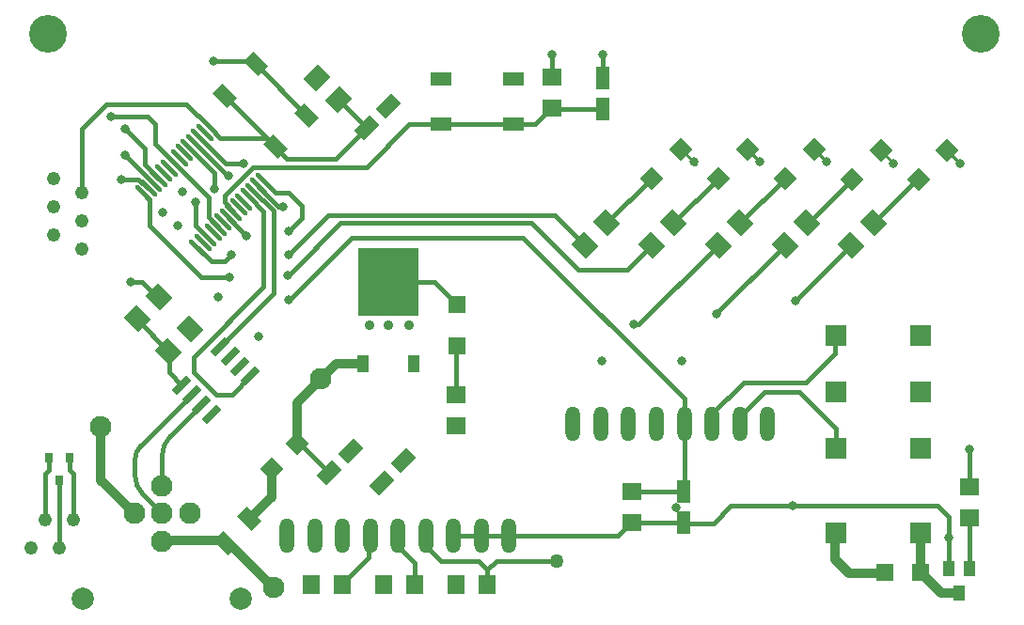
<source format=gtl>
G04*
G04 #@! TF.GenerationSoftware,Altium Limited,Altium Designer,19.0.10 (269)*
G04*
G04 Layer_Physical_Order=1*
G04 Layer_Color=255*
%FSLAX44Y44*%
%MOMM*%
G71*
G01*
G75*
%ADD14C,0.2540*%
%ADD15C,0.8999*%
%ADD17P,2.1213X4X90.0*%
%ADD18R,1.5000X1.5000*%
%ADD19R,1.9000X1.2000*%
G04:AMPARAMS|DCode=20|XSize=1.9mm|YSize=1.2mm|CornerRadius=0mm|HoleSize=0mm|Usage=FLASHONLY|Rotation=135.000|XOffset=0mm|YOffset=0mm|HoleType=Round|Shape=Rectangle|*
%AMROTATEDRECTD20*
4,1,4,1.0960,-0.2475,0.2475,-1.0960,-1.0960,0.2475,-0.2475,1.0960,1.0960,-0.2475,0.0*
%
%ADD20ROTATEDRECTD20*%

%ADD21R,5.4000X6.2000*%
%ADD22R,1.0000X1.6000*%
%ADD23R,0.8001X0.8999*%
G04:AMPARAMS|DCode=24|XSize=1.2mm|YSize=1.82mm|CornerRadius=0mm|HoleSize=0mm|Usage=FLASHONLY|Rotation=45.000|XOffset=0mm|YOffset=0mm|HoleType=Round|Shape=Rectangle|*
%AMROTATEDRECTD24*
4,1,4,0.2192,-1.0677,-1.0677,0.2192,-0.2192,1.0677,1.0677,-0.2192,0.2192,-1.0677,0.0*
%
%ADD24ROTATEDRECTD24*%

G04:AMPARAMS|DCode=25|XSize=1.6mm|YSize=1.8mm|CornerRadius=0mm|HoleSize=0mm|Usage=FLASHONLY|Rotation=225.000|XOffset=0mm|YOffset=0mm|HoleType=Round|Shape=Rectangle|*
%AMROTATEDRECTD25*
4,1,4,-0.0707,1.2021,1.2021,-0.0707,0.0707,-1.2021,-1.2021,0.0707,-0.0707,1.2021,0.0*
%
%ADD25ROTATEDRECTD25*%

G04:AMPARAMS|DCode=26|XSize=1.8999mm|YSize=0.6mm|CornerRadius=0.045mm|HoleSize=0mm|Usage=FLASHONLY|Rotation=225.000|XOffset=0mm|YOffset=0mm|HoleType=Round|Shape=RoundedRectangle|*
%AMROUNDEDRECTD26*
21,1,1.8999,0.5100,0,0,225.0*
21,1,1.8099,0.6000,0,0,225.0*
1,1,0.0900,-0.8202,-0.4596*
1,1,0.0900,0.4596,0.8202*
1,1,0.0900,0.8202,0.4596*
1,1,0.0900,-0.4596,-0.8202*
%
%ADD26ROUNDEDRECTD26*%
%ADD27R,1.0000X1.4000*%
G04:AMPARAMS|DCode=28|XSize=0.45mm|YSize=2.1mm|CornerRadius=0mm|HoleSize=0mm|Usage=FLASHONLY|Rotation=45.000|XOffset=0mm|YOffset=0mm|HoleType=Round|Shape=Round|*
%AMOVALD28*
21,1,1.6500,0.4500,0.0000,0.0000,135.0*
1,1,0.4500,0.5834,-0.5834*
1,1,0.4500,-0.5834,0.5834*
%
%ADD28OVALD28*%

%ADD29R,1.6000X1.8000*%
%ADD30R,1.8000X1.6000*%
G04:AMPARAMS|DCode=31|XSize=2mm|YSize=1.2mm|CornerRadius=0mm|HoleSize=0mm|Usage=FLASHONLY|Rotation=45.000|XOffset=0mm|YOffset=0mm|HoleType=Round|Shape=Rectangle|*
%AMROTATEDRECTD31*
4,1,4,-0.2828,-1.1314,-1.1314,-0.2828,0.2828,1.1314,1.1314,0.2828,-0.2828,-1.1314,0.0*
%
%ADD31ROTATEDRECTD31*%

%ADD32R,1.2000X2.0000*%
%ADD33R,1.5000X1.5000*%
G04:AMPARAMS|DCode=34|XSize=1.6mm|YSize=1.8mm|CornerRadius=0mm|HoleSize=0mm|Usage=FLASHONLY|Rotation=315.000|XOffset=0mm|YOffset=0mm|HoleType=Round|Shape=Rectangle|*
%AMROTATEDRECTD34*
4,1,4,-1.2021,-0.0707,0.0707,1.2021,1.2021,0.0707,-0.0707,-1.2021,-1.2021,-0.0707,0.0*
%
%ADD34ROTATEDRECTD34*%

%ADD65C,0.4050*%
%ADD66C,0.8130*%
%ADD67C,0.8200*%
%ADD68C,0.4050*%
%ADD69C,1.2192*%
%ADD70R,1.8691X1.8691*%
%ADD71R,1.8691X1.8691*%
%ADD72C,2.0000*%
%ADD73C,1.9500*%
%ADD74O,1.3200X3.1200*%
%ADD75C,3.4000*%
%ADD76C,0.8000*%
%ADD77C,1.9300*%
%ADD78C,0.9000*%
%ADD79C,1.2700*%
D14*
X443500Y753500D02*
X443575Y753575D01*
X479244D02*
X481719Y751100D01*
X439950Y694270D02*
X440118D01*
X392601Y541399D02*
X394695D01*
X820500Y338000D02*
X820500Y338000D01*
X1104501Y672999D02*
X1116000Y661500D01*
X1044501Y672999D02*
X1056000Y661500D01*
X984501Y674499D02*
X996000Y663000D01*
X924501Y674499D02*
X936000Y663000D01*
X876000Y663000D02*
Y663000D01*
X864501Y674499D02*
X876000Y663000D01*
Y663000D02*
X878000Y661000D01*
X1035691Y672999D02*
X1044501D01*
X473500Y596000D02*
Y596452D01*
X1076836Y646836D02*
X1078338D01*
X374896Y520805D02*
Y521600D01*
X403101Y492601D02*
X403808Y491893D01*
X314500Y396500D02*
X314500Y396500D01*
X292300Y340400D02*
X292770Y340870D01*
X295500Y396500D02*
X295500Y396500D01*
X317230Y340870D02*
X317700Y340400D01*
X499751Y676249D02*
Y676500D01*
X648500Y697000D02*
X649000Y697500D01*
X457097Y612855D02*
Y613307D01*
X511500Y538500D02*
X512500D01*
X518814Y408814D02*
X521387D01*
X394192Y648308D02*
X394518D01*
X967500Y538000D02*
X968500Y539000D01*
X969000D01*
X364000Y669000D02*
X364317D01*
X389605Y643712D02*
X389922D01*
X384795Y639116D02*
X385326D01*
X389922Y643712D02*
Y644243D01*
X896500Y526000D02*
Y526500D01*
X822500Y516500D02*
X826500D01*
X385326Y639116D02*
Y639645D01*
X511012Y561000D02*
X513512Y563500D01*
X514000D01*
X511500Y579500D02*
X513000Y581000D01*
X461693Y617903D02*
Y618433D01*
X747500Y711500D02*
X748500D01*
X749000Y711000D01*
X484674Y640353D02*
Y640884D01*
X502328Y622700D02*
X506500D01*
X456673Y650500D02*
X457000D01*
X581600Y693600D02*
Y693899D01*
X431288Y685078D02*
X431818D01*
X495866Y620500D02*
X496012D01*
X497500Y619012D01*
X690000Y282500D02*
X690500Y283000D01*
X635000Y317000D02*
Y326000D01*
X1003500Y506000D02*
X1003800Y506300D01*
X892500Y427000D02*
Y436000D01*
X917500Y427000D02*
Y433500D01*
X1003500Y328200D02*
X1003800Y328500D01*
X610000Y317000D02*
Y326000D01*
X560000Y282500D02*
Y283500D01*
X583090Y324090D02*
X585000Y326000D01*
X819500Y338000D02*
X820500D01*
X867000Y338000D02*
X867500Y337500D01*
X867000Y366000D02*
X867500Y366500D01*
X867000Y366000D02*
X867000Y366000D01*
X497500Y280000D02*
X497500D01*
X452631Y322050D02*
X454823Y319858D01*
X397380Y321239D02*
X398192Y322050D01*
X838336Y648336D02*
X838338D01*
X857899Y607900D02*
X857902D01*
X917899Y607900D02*
X917902D01*
X977899Y607900D02*
X979402D01*
X1044501Y672999D02*
X1053312D01*
X1037899Y607900D02*
X1039402D01*
X545027Y382601D02*
X547601D01*
D15*
X1080000Y404700D02*
D03*
Y455500D02*
D03*
Y506300D02*
D03*
D17*
X864501Y674499D02*
D03*
X838338Y648336D02*
D03*
X924501Y674499D02*
D03*
X898338Y648336D02*
D03*
X984501Y674499D02*
D03*
X958338Y648336D02*
D03*
X1044501Y672999D02*
D03*
X1018338Y646836D02*
D03*
X1104501Y672999D02*
D03*
X1078338Y646836D02*
D03*
X518814Y408814D02*
D03*
X496186Y386186D02*
D03*
D18*
X663000Y534500D02*
D03*
Y497500D02*
D03*
D19*
X714000Y697500D02*
D03*
X649000D02*
D03*
X648500Y737500D02*
D03*
X713500D02*
D03*
D20*
X481719Y751100D02*
D03*
X527681Y705138D02*
D03*
X499751Y676500D02*
D03*
X453789Y722462D02*
D03*
D21*
X601500Y554500D02*
D03*
D22*
X624250Y481500D02*
D03*
X578750D02*
D03*
D23*
X305000Y376500D02*
D03*
X295500Y396500D02*
D03*
X314500D02*
D03*
D24*
X476107Y341142D02*
D03*
X454823Y319858D02*
D03*
D25*
X394695Y541399D02*
D03*
X374896Y521600D02*
D03*
X403101Y492601D02*
D03*
X422900Y512399D02*
D03*
X977899Y607900D02*
D03*
X958101Y588101D02*
D03*
X898101D02*
D03*
X917899Y607900D02*
D03*
X838101Y588101D02*
D03*
X857899Y607900D02*
D03*
X778101Y588101D02*
D03*
X797899Y607900D02*
D03*
X1018101Y588101D02*
D03*
X1037899Y607900D02*
D03*
D26*
X442112Y435171D02*
D03*
X433131Y444151D02*
D03*
X424151Y453131D02*
D03*
X415171Y462112D02*
D03*
X449888Y496829D02*
D03*
X458869Y487849D02*
D03*
X467849Y478869D02*
D03*
X476829Y469888D02*
D03*
D27*
X1115000Y274500D02*
D03*
X1105500Y296500D02*
D03*
X1124500D02*
D03*
D28*
X440480Y694270D02*
D03*
X435884Y689674D02*
D03*
X431288Y685078D02*
D03*
X426692Y680482D02*
D03*
X422095Y675886D02*
D03*
X417499Y671290D02*
D03*
X412903Y666693D02*
D03*
X408307Y662097D02*
D03*
X403711Y657501D02*
D03*
X399114Y652905D02*
D03*
X394518Y648308D02*
D03*
X389922Y643712D02*
D03*
X385326Y639116D02*
D03*
X380729Y634520D02*
D03*
X489270Y645480D02*
D03*
X484674Y640884D02*
D03*
X480078Y636288D02*
D03*
X475482Y631692D02*
D03*
X470886Y627095D02*
D03*
X466289Y622499D02*
D03*
X461693Y617903D02*
D03*
X457097Y613307D02*
D03*
X452501Y608711D02*
D03*
X447905Y604114D02*
D03*
X443308Y599518D02*
D03*
X438712Y594922D02*
D03*
X434116Y590326D02*
D03*
X429520Y585730D02*
D03*
D29*
X662000Y282500D02*
D03*
X690000D02*
D03*
X597000D02*
D03*
X625000D02*
D03*
X532000D02*
D03*
X560000D02*
D03*
D30*
X662500Y425651D02*
D03*
Y453651D02*
D03*
X1124500Y370500D02*
D03*
Y342500D02*
D03*
X820500Y366000D02*
D03*
Y338000D02*
D03*
X748500Y711500D02*
D03*
Y739500D02*
D03*
D31*
X601399Y713400D02*
D03*
X581600Y693600D02*
D03*
X614899Y393586D02*
D03*
X595101Y373787D02*
D03*
X547601Y382601D02*
D03*
X567399Y402399D02*
D03*
D32*
X794000Y711000D02*
D03*
Y739000D02*
D03*
X867000Y366000D02*
D03*
Y338000D02*
D03*
D33*
X1080000Y293500D02*
D03*
X1048000D02*
D03*
D34*
X536600Y738900D02*
D03*
X556399Y719100D02*
D03*
D65*
X378289Y407270D02*
G03*
X373000Y394500I12770J-12770D01*
G01*
Y381142D02*
G03*
X380439Y363181I25400J0D01*
G01*
X404820Y415840D02*
G03*
X397380Y397879I17960J-17960D01*
G01*
X378289Y407270D02*
X424151Y453131D01*
X373000Y381142D02*
Y394500D01*
X380439Y363181D02*
X397380Y346240D01*
X404820Y415840D02*
X433131Y444151D01*
X397380Y371241D02*
Y397879D01*
X431000Y561000D02*
X433000Y559000D01*
X458500D01*
X430050Y585730D02*
X442280Y573500D01*
X453955D01*
X459455Y579000D01*
X459500D01*
X443575Y753575D02*
X479244D01*
X408403Y662097D02*
X439500Y631000D01*
X408307Y662097D02*
X408403D01*
X439500Y613049D02*
Y631000D01*
X426692Y680482D02*
X456673Y650500D01*
X440118Y694270D02*
X449888Y684500D01*
X419220Y715000D02*
X439950Y694270D01*
X439500Y613049D02*
X447905Y604645D01*
Y604114D02*
Y604645D01*
X351500Y704000D02*
X384500D01*
X391500Y697000D01*
Y678904D02*
Y697000D01*
Y678904D02*
X408307Y662097D01*
X347000Y715000D02*
X419220D01*
X325000Y693000D02*
X347000Y715000D01*
X325000Y635400D02*
Y693000D01*
X369500Y555000D02*
X379000D01*
X392601Y541399D01*
X794000Y739000D02*
Y760000D01*
X748500Y739500D02*
Y760000D01*
X386563Y605437D02*
Y628686D01*
Y605437D02*
X431000Y561000D01*
X380729Y634520D02*
X386563Y628686D01*
X497500Y544441D02*
Y619012D01*
X489000Y550500D02*
Y618173D01*
X480078Y636288D02*
X495866Y620500D01*
X426000Y487500D02*
X489000Y550500D01*
X428000Y605634D02*
Y626500D01*
Y605634D02*
X438712Y594922D01*
X643000Y554500D02*
X663000Y534500D01*
X601500Y554500D02*
X643000D01*
X662500Y453651D02*
Y497000D01*
X1103000Y674500D02*
X1104501Y672999D01*
X403808Y473475D02*
X415171Y462112D01*
X403808Y473475D02*
Y491893D01*
X374896Y520805D02*
X403101Y492601D01*
X426000Y473500D02*
X446000Y453500D01*
X305000Y315000D02*
Y376500D01*
X314500Y385500D02*
Y396500D01*
Y385500D02*
X317700Y382300D01*
Y340400D02*
Y382300D01*
X292300Y340400D02*
Y382300D01*
X295500Y385500D01*
Y396500D01*
X453789Y722462D02*
X491750Y684500D01*
X499751Y676500D01*
X449888Y684500D02*
X491750D01*
X481719Y751100D02*
X527681Y705138D01*
X499751Y676249D02*
X510000Y666000D01*
X554000D01*
X581600Y693600D01*
X479000Y658500D02*
X581500D01*
X453500Y633000D02*
X479000Y658500D01*
X649000Y697500D02*
X714000D01*
X620000Y697000D02*
X648500D01*
X714000Y697500D02*
X733500D01*
X457097Y612855D02*
X473500Y596452D01*
X512500Y538500D02*
X568500Y594500D01*
X722500D01*
X867500Y449500D01*
Y427000D02*
Y449500D01*
X521387Y408814D02*
X547601Y382601D01*
X382000Y660500D02*
X394192Y648308D01*
X382000Y660500D02*
Y675000D01*
X364000Y693000D02*
X382000Y675000D01*
X969000Y539000D02*
X1018101Y588101D01*
X364317Y669000D02*
X389605Y643712D01*
X361000Y647500D02*
X376412D01*
X384795Y639116D01*
X896500Y526500D02*
X897000D01*
X958101Y587601D01*
Y588101D01*
X826500Y516500D02*
X898101Y588101D01*
X514000Y563500D02*
X558400Y607900D01*
X730000D01*
X771899Y566000D01*
X816000D01*
X838101Y588101D01*
X513000Y581000D02*
X547000Y615000D01*
X751201D01*
X778101Y588101D01*
X581500Y658500D02*
X620000Y697000D01*
X453500Y626627D02*
Y633000D01*
Y626627D02*
X461693Y618433D01*
X733500Y697500D02*
X747500Y711500D01*
X749000Y711000D02*
X794000D01*
X511500Y601000D02*
X523000Y612500D01*
Y623500D01*
X511500Y635000D02*
X523000Y623500D01*
X499751Y635000D02*
X511500D01*
X489270Y645480D02*
X499751Y635000D01*
X484674Y640353D02*
X502328Y622700D01*
X556399Y719100D02*
X581600Y693899D01*
X1124500Y370500D02*
Y404000D01*
X422095Y675886D02*
X444500Y653481D01*
Y639000D02*
Y653481D01*
X454866Y661500D02*
X470886D01*
X431288Y685078D02*
X454866Y661500D01*
X979402Y607900D02*
X1018338Y646836D01*
X894000Y337500D02*
X909500Y353000D01*
X867500Y337500D02*
X894000D01*
X475482Y631692D02*
X489000Y618173D01*
X426000Y473500D02*
Y487500D01*
X446000Y453500D02*
X460441D01*
X476829Y469888D01*
X449888Y496829D02*
X497500Y544441D01*
X909500Y353000D02*
X1096076D01*
X1105500Y343576D01*
X625000Y282500D02*
Y302000D01*
X610000Y317000D02*
X625000Y302000D01*
X560000Y283500D02*
X583090Y306590D01*
Y324090D01*
X685000Y326000D02*
X710000D01*
X807500D01*
X819500Y338000D01*
X660000Y326000D02*
X685000D01*
X1105500Y296500D02*
Y343576D01*
X867500Y366500D02*
Y427000D01*
X820500Y366000D02*
X867000D01*
X820500Y338000D02*
X867000D01*
X1124500Y296500D02*
Y342500D01*
X454823Y319858D02*
X457642D01*
X797899Y607900D02*
X838336Y648336D01*
X857902Y607900D02*
X898338Y648336D01*
X917902Y607900D02*
X958338Y648336D01*
X1037899Y607900D02*
X1076836Y646836D01*
D66*
X1016000Y292500D02*
X1048000D01*
X1003500Y305000D02*
X1016000Y292500D01*
X1003500Y305000D02*
Y328200D01*
X1080000Y293500D02*
Y328500D01*
Y293500D02*
X1099000Y274500D01*
X1115000D01*
D67*
X554500Y481500D02*
X578750D01*
X540500Y467500D02*
X554500Y481500D01*
X342500Y376119D02*
Y424500D01*
Y376119D02*
X372379Y346240D01*
X518814Y445814D02*
X540500Y467500D01*
X518814Y408814D02*
Y445814D01*
X496186Y361221D02*
Y386186D01*
X476107Y341142D02*
X496186Y361221D01*
X457642Y319858D02*
X497500Y280000D01*
X398192Y322050D02*
X452631D01*
D68*
X682500Y303500D02*
X690500Y295500D01*
X648500Y303500D02*
X682500D01*
X635000Y317000D02*
X648500Y303500D01*
X698500D02*
X753000D01*
X690500Y295500D02*
X698500Y303500D01*
X690500Y283000D02*
Y295500D01*
X921000Y464500D02*
X977500D01*
X1003500Y490500D01*
Y506000D01*
X892500Y436000D02*
X921000Y464500D01*
X917500Y433500D02*
X939500Y455500D01*
X971000D01*
X1003800Y422700D01*
Y404700D02*
Y422700D01*
D69*
X279600Y315000D02*
D03*
X292300Y340400D02*
D03*
X305000Y315000D02*
D03*
X317700Y340400D02*
D03*
X299600Y648100D02*
D03*
X325000Y635400D02*
D03*
X299600Y622700D02*
D03*
X325000Y610000D02*
D03*
X299600Y597300D02*
D03*
X325000Y584600D02*
D03*
D70*
X1080000Y506300D02*
D03*
Y455500D02*
D03*
Y404700D02*
D03*
Y328500D02*
D03*
X1003800Y506300D02*
D03*
Y455500D02*
D03*
Y404700D02*
D03*
D71*
Y328500D02*
D03*
D72*
X326131Y269240D02*
D03*
X468630D02*
D03*
D73*
X372379Y346240D02*
D03*
X397380Y321239D02*
D03*
X422382Y346240D02*
D03*
X397380Y371241D02*
D03*
Y346240D02*
D03*
D74*
X942500Y427000D02*
D03*
X917500D02*
D03*
X892500D02*
D03*
X817500D02*
D03*
X842500D02*
D03*
X867500D02*
D03*
X792500D02*
D03*
X767500D02*
D03*
X510000Y326000D02*
D03*
X535000D02*
D03*
X560000D02*
D03*
X635000D02*
D03*
X610000D02*
D03*
X585000D02*
D03*
X660000D02*
D03*
X685000D02*
D03*
X710000D02*
D03*
D75*
X294500Y778500D02*
D03*
X1135000D02*
D03*
D76*
X484000Y506000D02*
D03*
X865500Y483500D02*
D03*
X793500Y484000D02*
D03*
X448000Y541316D02*
D03*
X458500Y559000D02*
D03*
X459500Y579000D02*
D03*
X443500Y753500D02*
D03*
X351500Y704000D02*
D03*
X369500Y555000D02*
D03*
X1105500Y324500D02*
D03*
X965500Y353000D02*
D03*
X860000Y351500D02*
D03*
X1116000Y661500D02*
D03*
X1056000Y661500D02*
D03*
X996000Y663000D02*
D03*
X936000D02*
D03*
X876000D02*
D03*
X794000Y760000D02*
D03*
X748500D02*
D03*
X473500Y596000D02*
D03*
X428000Y626500D02*
D03*
X416000Y636288D02*
D03*
X398000Y617903D02*
D03*
X411352Y605634D02*
D03*
X511500Y538500D02*
D03*
X364000Y693000D02*
D03*
X967500Y538000D02*
D03*
X364000Y669000D02*
D03*
X361000Y647500D02*
D03*
X896500Y526000D02*
D03*
X822500Y516500D02*
D03*
X511012Y561000D02*
D03*
X511500Y579500D02*
D03*
Y601000D02*
D03*
X506500Y622700D02*
D03*
X457000Y650500D02*
D03*
X1124500Y404000D02*
D03*
X444500Y639000D02*
D03*
X470886Y661500D02*
D03*
D77*
X342500Y424500D02*
D03*
X540500Y467500D02*
D03*
X497500Y280000D02*
D03*
D78*
X620000Y515500D02*
D03*
X601399D02*
D03*
X584500D02*
D03*
D79*
X616000Y536000D02*
D03*
X602000Y555000D02*
D03*
X587500Y536000D02*
D03*
X616000Y573500D02*
D03*
X587500D02*
D03*
X753000Y303500D02*
D03*
M02*

</source>
